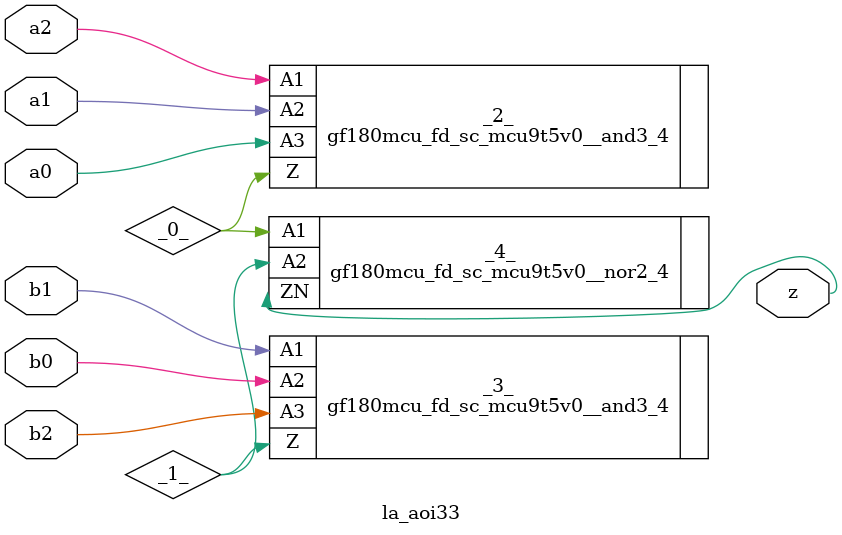
<source format=v>

/* Generated by Yosys 0.44 (git sha1 80ba43d26, g++ 11.4.0-1ubuntu1~22.04 -fPIC -O3) */

(* top =  1  *)
(* src = "generated" *)
(* keep_hierarchy *)
module la_aoi33 (
    a0,
    a1,
    a2,
    b0,
    b1,
    b2,
    z
);
  wire _0_;
  wire _1_;
  (* src = "generated" *)
  input a0;
  wire a0;
  (* src = "generated" *)
  input a1;
  wire a1;
  (* src = "generated" *)
  input a2;
  wire a2;
  (* src = "generated" *)
  input b0;
  wire b0;
  (* src = "generated" *)
  input b1;
  wire b1;
  (* src = "generated" *)
  input b2;
  wire b2;
  (* src = "generated" *)
  output z;
  wire z;
  gf180mcu_fd_sc_mcu9t5v0__and3_4 _2_ (
      .A1(a2),
      .A2(a1),
      .A3(a0),
      .Z (_0_)
  );
  gf180mcu_fd_sc_mcu9t5v0__and3_4 _3_ (
      .A1(b1),
      .A2(b0),
      .A3(b2),
      .Z (_1_)
  );
  gf180mcu_fd_sc_mcu9t5v0__nor2_4 _4_ (
      .A1(_0_),
      .A2(_1_),
      .ZN(z)
  );
endmodule

</source>
